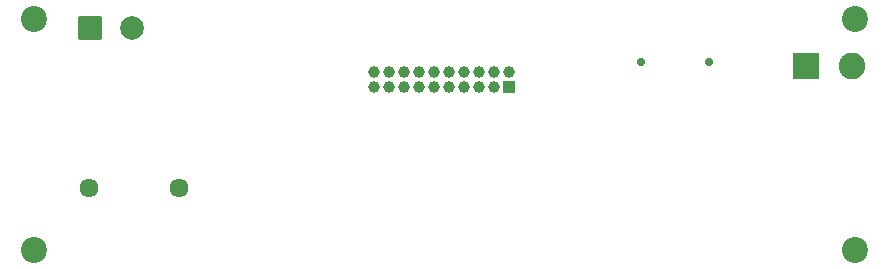
<source format=gbr>
%TF.GenerationSoftware,KiCad,Pcbnew,9.0.4*%
%TF.CreationDate,2026-02-27T16:14:11-07:00*%
%TF.ProjectId,Ashurs PCB,41736875-7273-4205-9043-422e6b696361,rev?*%
%TF.SameCoordinates,Original*%
%TF.FileFunction,Soldermask,Bot*%
%TF.FilePolarity,Negative*%
%FSLAX46Y46*%
G04 Gerber Fmt 4.6, Leading zero omitted, Abs format (unit mm)*
G04 Created by KiCad (PCBNEW 9.0.4) date 2026-02-27 16:14:11*
%MOMM*%
%LPD*%
G01*
G04 APERTURE LIST*
G04 Aperture macros list*
%AMRoundRect*
0 Rectangle with rounded corners*
0 $1 Rounding radius*
0 $2 $3 $4 $5 $6 $7 $8 $9 X,Y pos of 4 corners*
0 Add a 4 corners polygon primitive as box body*
4,1,4,$2,$3,$4,$5,$6,$7,$8,$9,$2,$3,0*
0 Add four circle primitives for the rounded corners*
1,1,$1+$1,$2,$3*
1,1,$1+$1,$4,$5*
1,1,$1+$1,$6,$7*
1,1,$1+$1,$8,$9*
0 Add four rect primitives between the rounded corners*
20,1,$1+$1,$2,$3,$4,$5,0*
20,1,$1+$1,$4,$5,$6,$7,0*
20,1,$1+$1,$6,$7,$8,$9,0*
20,1,$1+$1,$8,$9,$2,$3,0*%
G04 Aperture macros list end*
%ADD10C,2.200000*%
%ADD11RoundRect,0.102000X-0.900000X-0.900000X0.900000X-0.900000X0.900000X0.900000X-0.900000X0.900000X0*%
%ADD12C,2.004000*%
%ADD13R,1.000000X1.000000*%
%ADD14C,1.000000*%
%ADD15RoundRect,0.102000X-1.025000X-1.025000X1.025000X-1.025000X1.025000X1.025000X-1.025000X1.025000X0*%
%ADD16C,2.254000*%
%ADD17C,0.700000*%
%ADD18C,1.612000*%
G04 APERTURE END LIST*
D10*
%TO.C,H2*%
X148250000Y-60250000D03*
%TD*%
D11*
%TO.C,J3*%
X153000000Y-41500000D03*
D12*
X156500000Y-41500000D03*
%TD*%
D10*
%TO.C,H3*%
X217750000Y-60250000D03*
%TD*%
D13*
%TO.C,J1*%
X188465000Y-46500000D03*
D14*
X188465000Y-45230000D03*
X187195000Y-46500000D03*
X187195000Y-45230000D03*
X185925000Y-46500000D03*
X185925000Y-45230000D03*
X184655000Y-46500000D03*
X184655000Y-45230000D03*
X183385000Y-46500000D03*
X183385000Y-45230000D03*
X182115000Y-46500000D03*
X182115000Y-45230000D03*
X180845000Y-46500000D03*
X180845000Y-45230000D03*
X179575000Y-46500000D03*
X179575000Y-45230000D03*
X178305000Y-46500000D03*
X178305000Y-45230000D03*
X177035000Y-46500000D03*
X177035000Y-45230000D03*
%TD*%
D10*
%TO.C,H1*%
X148250000Y-40750000D03*
%TD*%
%TO.C,H4*%
X217750000Y-40750000D03*
%TD*%
D15*
%TO.C,J4*%
X213557500Y-44712500D03*
D16*
X217517500Y-44712500D03*
%TD*%
D17*
%TO.C,J2*%
X205390000Y-44333493D03*
X199610000Y-44333493D03*
%TD*%
D18*
%TO.C,LS1*%
X160500000Y-55000000D03*
X152900000Y-55000000D03*
%TD*%
M02*

</source>
